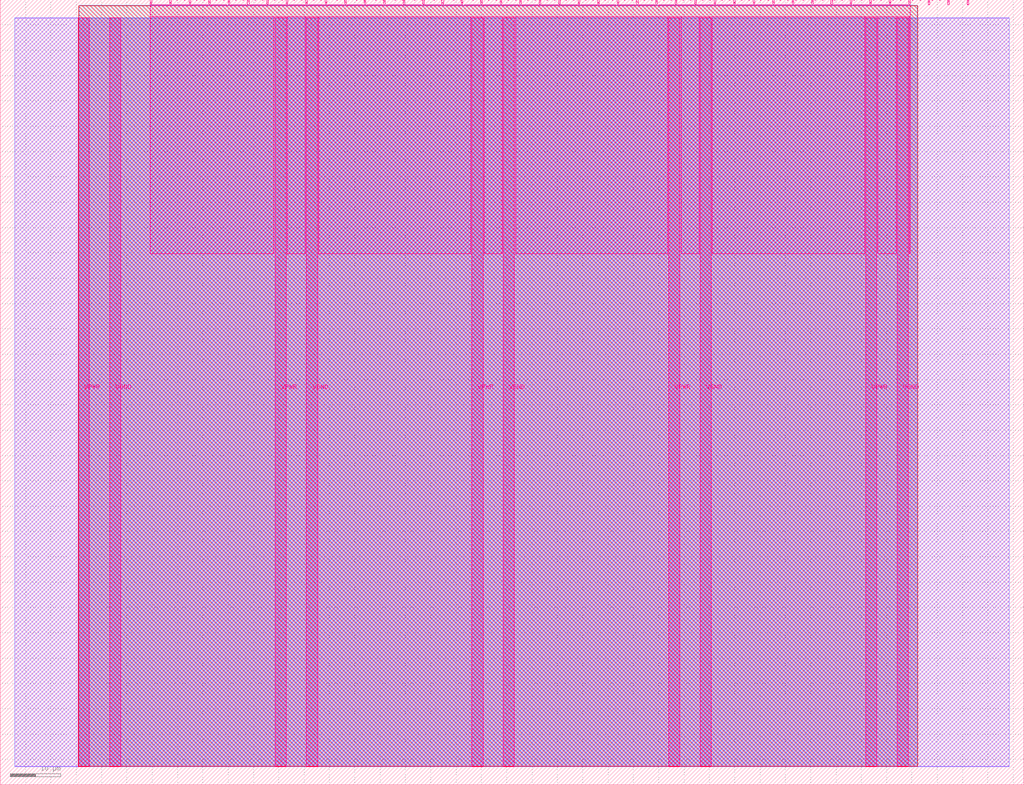
<source format=lef>
VERSION 5.7 ;
  NOWIREEXTENSIONATPIN ON ;
  DIVIDERCHAR "/" ;
  BUSBITCHARS "[]" ;
MACRO tt_um_LabA_Group11
  CLASS BLOCK ;
  FOREIGN tt_um_LabA_Group11 ;
  ORIGIN 0.000 0.000 ;
  SIZE 202.080 BY 154.980 ;
  PIN VGND
    DIRECTION INOUT ;
    USE GROUND ;
    PORT
      LAYER Metal5 ;
        RECT 21.580 3.560 23.780 151.420 ;
    END
    PORT
      LAYER Metal5 ;
        RECT 60.450 3.560 62.650 151.420 ;
    END
    PORT
      LAYER Metal5 ;
        RECT 99.320 3.560 101.520 151.420 ;
    END
    PORT
      LAYER Metal5 ;
        RECT 138.190 3.560 140.390 151.420 ;
    END
    PORT
      LAYER Metal5 ;
        RECT 177.060 3.560 179.260 151.420 ;
    END
  END VGND
  PIN VPWR
    DIRECTION INOUT ;
    USE POWER ;
    PORT
      LAYER Metal5 ;
        RECT 15.380 3.560 17.580 151.420 ;
    END
    PORT
      LAYER Metal5 ;
        RECT 54.250 3.560 56.450 151.420 ;
    END
    PORT
      LAYER Metal5 ;
        RECT 93.120 3.560 95.320 151.420 ;
    END
    PORT
      LAYER Metal5 ;
        RECT 131.990 3.560 134.190 151.420 ;
    END
    PORT
      LAYER Metal5 ;
        RECT 170.860 3.560 173.060 151.420 ;
    END
  END VPWR
  PIN clk
    DIRECTION INPUT ;
    USE SIGNAL ;
    PORT
      LAYER Metal5 ;
        RECT 187.050 153.980 187.350 154.980 ;
    END
  END clk
  PIN ena
    DIRECTION INPUT ;
    USE SIGNAL ;
    PORT
      LAYER Metal5 ;
        RECT 190.890 153.980 191.190 154.980 ;
    END
  END ena
  PIN rst_n
    DIRECTION INPUT ;
    USE SIGNAL ;
    PORT
      LAYER Metal5 ;
        RECT 183.210 153.980 183.510 154.980 ;
    END
  END rst_n
  PIN ui_in[0]
    DIRECTION INPUT ;
    USE SIGNAL ;
    ANTENNAGATEAREA 0.180700 ;
    PORT
      LAYER Metal5 ;
        RECT 179.370 153.980 179.670 154.980 ;
    END
  END ui_in[0]
  PIN ui_in[1]
    DIRECTION INPUT ;
    USE SIGNAL ;
    ANTENNAGATEAREA 0.213200 ;
    PORT
      LAYER Metal5 ;
        RECT 175.530 153.980 175.830 154.980 ;
    END
  END ui_in[1]
  PIN ui_in[2]
    DIRECTION INPUT ;
    USE SIGNAL ;
    ANTENNAGATEAREA 0.213200 ;
    PORT
      LAYER Metal5 ;
        RECT 171.690 153.980 171.990 154.980 ;
    END
  END ui_in[2]
  PIN ui_in[3]
    DIRECTION INPUT ;
    USE SIGNAL ;
    ANTENNAGATEAREA 0.213200 ;
    PORT
      LAYER Metal5 ;
        RECT 167.850 153.980 168.150 154.980 ;
    END
  END ui_in[3]
  PIN ui_in[4]
    DIRECTION INPUT ;
    USE SIGNAL ;
    ANTENNAGATEAREA 0.213200 ;
    PORT
      LAYER Metal5 ;
        RECT 164.010 153.980 164.310 154.980 ;
    END
  END ui_in[4]
  PIN ui_in[5]
    DIRECTION INPUT ;
    USE SIGNAL ;
    ANTENNAGATEAREA 0.180700 ;
    PORT
      LAYER Metal5 ;
        RECT 160.170 153.980 160.470 154.980 ;
    END
  END ui_in[5]
  PIN ui_in[6]
    DIRECTION INPUT ;
    USE SIGNAL ;
    ANTENNAGATEAREA 0.213200 ;
    PORT
      LAYER Metal5 ;
        RECT 156.330 153.980 156.630 154.980 ;
    END
  END ui_in[6]
  PIN ui_in[7]
    DIRECTION INPUT ;
    USE SIGNAL ;
    ANTENNAGATEAREA 0.213200 ;
    PORT
      LAYER Metal5 ;
        RECT 152.490 153.980 152.790 154.980 ;
    END
  END ui_in[7]
  PIN uio_in[0]
    DIRECTION INPUT ;
    USE SIGNAL ;
    PORT
      LAYER Metal5 ;
        RECT 148.650 153.980 148.950 154.980 ;
    END
  END uio_in[0]
  PIN uio_in[1]
    DIRECTION INPUT ;
    USE SIGNAL ;
    PORT
      LAYER Metal5 ;
        RECT 144.810 153.980 145.110 154.980 ;
    END
  END uio_in[1]
  PIN uio_in[2]
    DIRECTION INPUT ;
    USE SIGNAL ;
    PORT
      LAYER Metal5 ;
        RECT 140.970 153.980 141.270 154.980 ;
    END
  END uio_in[2]
  PIN uio_in[3]
    DIRECTION INPUT ;
    USE SIGNAL ;
    PORT
      LAYER Metal5 ;
        RECT 137.130 153.980 137.430 154.980 ;
    END
  END uio_in[3]
  PIN uio_in[4]
    DIRECTION INPUT ;
    USE SIGNAL ;
    PORT
      LAYER Metal5 ;
        RECT 133.290 153.980 133.590 154.980 ;
    END
  END uio_in[4]
  PIN uio_in[5]
    DIRECTION INPUT ;
    USE SIGNAL ;
    PORT
      LAYER Metal5 ;
        RECT 129.450 153.980 129.750 154.980 ;
    END
  END uio_in[5]
  PIN uio_in[6]
    DIRECTION INPUT ;
    USE SIGNAL ;
    PORT
      LAYER Metal5 ;
        RECT 125.610 153.980 125.910 154.980 ;
    END
  END uio_in[6]
  PIN uio_in[7]
    DIRECTION INPUT ;
    USE SIGNAL ;
    PORT
      LAYER Metal5 ;
        RECT 121.770 153.980 122.070 154.980 ;
    END
  END uio_in[7]
  PIN uio_oe[0]
    DIRECTION OUTPUT ;
    USE SIGNAL ;
    ANTENNADIFFAREA 0.299200 ;
    PORT
      LAYER Metal5 ;
        RECT 56.490 153.980 56.790 154.980 ;
    END
  END uio_oe[0]
  PIN uio_oe[1]
    DIRECTION OUTPUT ;
    USE SIGNAL ;
    ANTENNADIFFAREA 0.299200 ;
    PORT
      LAYER Metal5 ;
        RECT 52.650 153.980 52.950 154.980 ;
    END
  END uio_oe[1]
  PIN uio_oe[2]
    DIRECTION OUTPUT ;
    USE SIGNAL ;
    ANTENNADIFFAREA 0.299200 ;
    PORT
      LAYER Metal5 ;
        RECT 48.810 153.980 49.110 154.980 ;
    END
  END uio_oe[2]
  PIN uio_oe[3]
    DIRECTION OUTPUT ;
    USE SIGNAL ;
    ANTENNADIFFAREA 0.299200 ;
    PORT
      LAYER Metal5 ;
        RECT 44.970 153.980 45.270 154.980 ;
    END
  END uio_oe[3]
  PIN uio_oe[4]
    DIRECTION OUTPUT ;
    USE SIGNAL ;
    ANTENNADIFFAREA 0.299200 ;
    PORT
      LAYER Metal5 ;
        RECT 41.130 153.980 41.430 154.980 ;
    END
  END uio_oe[4]
  PIN uio_oe[5]
    DIRECTION OUTPUT ;
    USE SIGNAL ;
    ANTENNADIFFAREA 0.299200 ;
    PORT
      LAYER Metal5 ;
        RECT 37.290 153.980 37.590 154.980 ;
    END
  END uio_oe[5]
  PIN uio_oe[6]
    DIRECTION OUTPUT ;
    USE SIGNAL ;
    ANTENNADIFFAREA 0.299200 ;
    PORT
      LAYER Metal5 ;
        RECT 33.450 153.980 33.750 154.980 ;
    END
  END uio_oe[6]
  PIN uio_oe[7]
    DIRECTION OUTPUT ;
    USE SIGNAL ;
    ANTENNADIFFAREA 0.299200 ;
    PORT
      LAYER Metal5 ;
        RECT 29.610 153.980 29.910 154.980 ;
    END
  END uio_oe[7]
  PIN uio_out[0]
    DIRECTION OUTPUT ;
    USE SIGNAL ;
    ANTENNADIFFAREA 0.299200 ;
    PORT
      LAYER Metal5 ;
        RECT 87.210 153.980 87.510 154.980 ;
    END
  END uio_out[0]
  PIN uio_out[1]
    DIRECTION OUTPUT ;
    USE SIGNAL ;
    ANTENNADIFFAREA 0.299200 ;
    PORT
      LAYER Metal5 ;
        RECT 83.370 153.980 83.670 154.980 ;
    END
  END uio_out[1]
  PIN uio_out[2]
    DIRECTION OUTPUT ;
    USE SIGNAL ;
    ANTENNADIFFAREA 0.299200 ;
    PORT
      LAYER Metal5 ;
        RECT 79.530 153.980 79.830 154.980 ;
    END
  END uio_out[2]
  PIN uio_out[3]
    DIRECTION OUTPUT ;
    USE SIGNAL ;
    ANTENNADIFFAREA 0.299200 ;
    PORT
      LAYER Metal5 ;
        RECT 75.690 153.980 75.990 154.980 ;
    END
  END uio_out[3]
  PIN uio_out[4]
    DIRECTION OUTPUT ;
    USE SIGNAL ;
    ANTENNADIFFAREA 0.299200 ;
    PORT
      LAYER Metal5 ;
        RECT 71.850 153.980 72.150 154.980 ;
    END
  END uio_out[4]
  PIN uio_out[5]
    DIRECTION OUTPUT ;
    USE SIGNAL ;
    ANTENNADIFFAREA 0.299200 ;
    PORT
      LAYER Metal5 ;
        RECT 68.010 153.980 68.310 154.980 ;
    END
  END uio_out[5]
  PIN uio_out[6]
    DIRECTION OUTPUT ;
    USE SIGNAL ;
    ANTENNADIFFAREA 0.299200 ;
    PORT
      LAYER Metal5 ;
        RECT 64.170 153.980 64.470 154.980 ;
    END
  END uio_out[6]
  PIN uio_out[7]
    DIRECTION OUTPUT ;
    USE SIGNAL ;
    ANTENNADIFFAREA 0.299200 ;
    PORT
      LAYER Metal5 ;
        RECT 60.330 153.980 60.630 154.980 ;
    END
  END uio_out[7]
  PIN uo_out[0]
    DIRECTION OUTPUT ;
    USE SIGNAL ;
    ANTENNAGATEAREA 0.241800 ;
    ANTENNADIFFAREA 0.632400 ;
    PORT
      LAYER Metal5 ;
        RECT 117.930 153.980 118.230 154.980 ;
    END
  END uo_out[0]
  PIN uo_out[1]
    DIRECTION OUTPUT ;
    USE SIGNAL ;
    ANTENNADIFFAREA 0.654800 ;
    PORT
      LAYER Metal5 ;
        RECT 114.090 153.980 114.390 154.980 ;
    END
  END uo_out[1]
  PIN uo_out[2]
    DIRECTION OUTPUT ;
    USE SIGNAL ;
    ANTENNADIFFAREA 0.654800 ;
    PORT
      LAYER Metal5 ;
        RECT 110.250 153.980 110.550 154.980 ;
    END
  END uo_out[2]
  PIN uo_out[3]
    DIRECTION OUTPUT ;
    USE SIGNAL ;
    ANTENNADIFFAREA 0.654800 ;
    PORT
      LAYER Metal5 ;
        RECT 106.410 153.980 106.710 154.980 ;
    END
  END uo_out[3]
  PIN uo_out[4]
    DIRECTION OUTPUT ;
    USE SIGNAL ;
    ANTENNADIFFAREA 0.654800 ;
    PORT
      LAYER Metal5 ;
        RECT 102.570 153.980 102.870 154.980 ;
    END
  END uo_out[4]
  PIN uo_out[5]
    DIRECTION OUTPUT ;
    USE SIGNAL ;
    ANTENNADIFFAREA 0.654800 ;
    PORT
      LAYER Metal5 ;
        RECT 98.730 153.980 99.030 154.980 ;
    END
  END uo_out[5]
  PIN uo_out[6]
    DIRECTION OUTPUT ;
    USE SIGNAL ;
    ANTENNADIFFAREA 0.654800 ;
    PORT
      LAYER Metal5 ;
        RECT 94.890 153.980 95.190 154.980 ;
    END
  END uo_out[6]
  PIN uo_out[7]
    DIRECTION OUTPUT ;
    USE SIGNAL ;
    ANTENNADIFFAREA 0.654800 ;
    PORT
      LAYER Metal5 ;
        RECT 91.050 153.980 91.350 154.980 ;
    END
  END uo_out[7]
  OBS
      LAYER GatPoly ;
        RECT 2.880 3.630 199.200 151.350 ;
      LAYER Metal1 ;
        RECT 2.880 3.560 199.200 151.420 ;
      LAYER Metal2 ;
        RECT 15.515 3.680 181.105 151.300 ;
      LAYER Metal3 ;
        RECT 15.560 3.635 181.060 153.865 ;
      LAYER Metal4 ;
        RECT 15.515 3.680 181.105 153.820 ;
      LAYER Metal5 ;
        RECT 30.120 153.770 33.240 153.980 ;
        RECT 33.960 153.770 37.080 153.980 ;
        RECT 37.800 153.770 40.920 153.980 ;
        RECT 41.640 153.770 44.760 153.980 ;
        RECT 45.480 153.770 48.600 153.980 ;
        RECT 49.320 153.770 52.440 153.980 ;
        RECT 53.160 153.770 56.280 153.980 ;
        RECT 57.000 153.770 60.120 153.980 ;
        RECT 60.840 153.770 63.960 153.980 ;
        RECT 64.680 153.770 67.800 153.980 ;
        RECT 68.520 153.770 71.640 153.980 ;
        RECT 72.360 153.770 75.480 153.980 ;
        RECT 76.200 153.770 79.320 153.980 ;
        RECT 80.040 153.770 83.160 153.980 ;
        RECT 83.880 153.770 87.000 153.980 ;
        RECT 87.720 153.770 90.840 153.980 ;
        RECT 91.560 153.770 94.680 153.980 ;
        RECT 95.400 153.770 98.520 153.980 ;
        RECT 99.240 153.770 102.360 153.980 ;
        RECT 103.080 153.770 106.200 153.980 ;
        RECT 106.920 153.770 110.040 153.980 ;
        RECT 110.760 153.770 113.880 153.980 ;
        RECT 114.600 153.770 117.720 153.980 ;
        RECT 118.440 153.770 121.560 153.980 ;
        RECT 122.280 153.770 125.400 153.980 ;
        RECT 126.120 153.770 129.240 153.980 ;
        RECT 129.960 153.770 133.080 153.980 ;
        RECT 133.800 153.770 136.920 153.980 ;
        RECT 137.640 153.770 140.760 153.980 ;
        RECT 141.480 153.770 144.600 153.980 ;
        RECT 145.320 153.770 148.440 153.980 ;
        RECT 149.160 153.770 152.280 153.980 ;
        RECT 153.000 153.770 156.120 153.980 ;
        RECT 156.840 153.770 159.960 153.980 ;
        RECT 160.680 153.770 163.800 153.980 ;
        RECT 164.520 153.770 167.640 153.980 ;
        RECT 168.360 153.770 171.480 153.980 ;
        RECT 172.200 153.770 175.320 153.980 ;
        RECT 176.040 153.770 179.160 153.980 ;
        RECT 29.660 151.630 179.620 153.770 ;
        RECT 29.660 104.855 54.040 151.630 ;
        RECT 56.660 104.855 60.240 151.630 ;
        RECT 62.860 104.855 92.910 151.630 ;
        RECT 95.530 104.855 99.110 151.630 ;
        RECT 101.730 104.855 131.780 151.630 ;
        RECT 134.400 104.855 137.980 151.630 ;
        RECT 140.600 104.855 170.650 151.630 ;
        RECT 173.270 104.855 176.850 151.630 ;
        RECT 179.470 104.855 179.620 151.630 ;
  END
END tt_um_LabA_Group11
END LIBRARY


</source>
